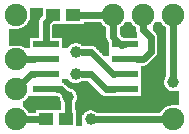
<source format=gtl>
G04 MADE WITH FRITZING*
G04 WWW.FRITZING.ORG*
G04 DOUBLE SIDED*
G04 HOLES PLATED*
G04 CONTOUR ON CENTER OF CONTOUR VECTOR*
%ASAXBY*%
%FSLAX23Y23*%
%MOIN*%
%OFA0B0*%
%SFA1.0B1.0*%
%ADD10C,0.039370*%
%ADD11C,0.075433*%
%ADD12R,0.087000X0.024000*%
%ADD13R,0.047244X0.043307*%
%ADD14C,0.024000*%
%LNCOPPER1*%
G90*
G70*
G54D10*
X313Y62D03*
X239Y137D03*
X588Y187D03*
G54D11*
X64Y62D03*
X64Y162D03*
X64Y262D03*
X588Y411D03*
X588Y62D03*
X488Y411D03*
X388Y411D03*
X64Y411D03*
G54D10*
X264Y287D03*
X264Y212D03*
G54D12*
X164Y312D03*
X164Y262D03*
X164Y212D03*
X164Y162D03*
X429Y162D03*
X429Y212D03*
X429Y262D03*
X429Y312D03*
G54D13*
X164Y62D03*
X231Y62D03*
X189Y411D03*
X256Y411D03*
G54D14*
X559Y62D02*
X332Y62D01*
D02*
X488Y361D02*
X488Y382D01*
D02*
X513Y337D02*
X488Y361D01*
D02*
X513Y287D02*
X513Y337D01*
D02*
X488Y262D02*
X513Y287D01*
D02*
X467Y262D02*
X488Y262D01*
D02*
X588Y206D02*
X588Y382D01*
D02*
X93Y262D02*
X126Y262D01*
D02*
X114Y212D02*
X126Y212D01*
D02*
X85Y182D02*
X114Y212D01*
D02*
X274Y411D02*
X359Y411D01*
D02*
X413Y311D02*
X429Y312D01*
D02*
X388Y337D02*
X413Y311D01*
D02*
X388Y382D02*
X388Y337D01*
D02*
X146Y62D02*
X93Y62D01*
D02*
X202Y162D02*
X214Y162D01*
D02*
X239Y118D02*
X239Y62D01*
D02*
X239Y62D02*
X231Y62D01*
D02*
X214Y162D02*
X225Y150D01*
D02*
X388Y212D02*
X391Y212D01*
D02*
X314Y287D02*
X388Y212D01*
D02*
X283Y287D02*
X314Y287D01*
D02*
X314Y212D02*
X363Y162D01*
D02*
X363Y162D02*
X391Y162D01*
D02*
X283Y212D02*
X314Y212D01*
D02*
X173Y395D02*
X164Y386D01*
D02*
X164Y386D02*
X164Y318D01*
G36*
X112Y432D02*
X112Y402D01*
X110Y402D01*
X110Y394D01*
X108Y394D01*
X108Y390D01*
X106Y390D01*
X106Y386D01*
X104Y386D01*
X104Y384D01*
X102Y384D01*
X102Y380D01*
X100Y380D01*
X100Y378D01*
X98Y378D01*
X98Y376D01*
X96Y376D01*
X96Y374D01*
X94Y374D01*
X94Y372D01*
X90Y372D01*
X90Y370D01*
X86Y370D01*
X86Y368D01*
X84Y368D01*
X84Y366D01*
X76Y366D01*
X76Y364D01*
X40Y364D01*
X40Y308D01*
X76Y308D01*
X76Y306D01*
X84Y306D01*
X84Y304D01*
X86Y304D01*
X86Y302D01*
X90Y302D01*
X90Y300D01*
X110Y300D01*
X110Y334D01*
X142Y334D01*
X142Y392D01*
X144Y392D01*
X144Y398D01*
X146Y398D01*
X146Y400D01*
X148Y400D01*
X148Y402D01*
X150Y402D01*
X150Y404D01*
X152Y404D01*
X152Y406D01*
X154Y406D01*
X154Y408D01*
X156Y408D01*
X156Y432D01*
X112Y432D01*
G37*
D02*
G36*
X290Y388D02*
X290Y380D01*
X188Y380D01*
X188Y378D01*
X186Y378D01*
X186Y334D01*
X218Y334D01*
X218Y316D01*
X270Y316D01*
X270Y314D01*
X276Y314D01*
X276Y312D01*
X280Y312D01*
X280Y310D01*
X282Y310D01*
X282Y308D01*
X320Y308D01*
X320Y306D01*
X324Y306D01*
X324Y304D01*
X328Y304D01*
X328Y302D01*
X330Y302D01*
X330Y300D01*
X332Y300D01*
X332Y298D01*
X334Y298D01*
X334Y296D01*
X336Y296D01*
X336Y294D01*
X338Y294D01*
X338Y292D01*
X340Y292D01*
X340Y290D01*
X342Y290D01*
X342Y288D01*
X344Y288D01*
X344Y286D01*
X346Y286D01*
X346Y284D01*
X348Y284D01*
X348Y282D01*
X350Y282D01*
X350Y280D01*
X352Y280D01*
X352Y278D01*
X354Y278D01*
X354Y276D01*
X356Y276D01*
X356Y274D01*
X376Y274D01*
X376Y318D01*
X374Y318D01*
X374Y320D01*
X372Y320D01*
X372Y322D01*
X370Y322D01*
X370Y326D01*
X368Y326D01*
X368Y332D01*
X366Y332D01*
X366Y370D01*
X362Y370D01*
X362Y372D01*
X360Y372D01*
X360Y374D01*
X356Y374D01*
X356Y376D01*
X354Y376D01*
X354Y378D01*
X352Y378D01*
X352Y382D01*
X350Y382D01*
X350Y384D01*
X348Y384D01*
X348Y388D01*
X290Y388D01*
G37*
D02*
G36*
X218Y316D02*
X218Y300D01*
X238Y300D01*
X238Y302D01*
X240Y302D01*
X240Y306D01*
X242Y306D01*
X242Y308D01*
X244Y308D01*
X244Y310D01*
X248Y310D01*
X248Y312D01*
X252Y312D01*
X252Y314D01*
X258Y314D01*
X258Y316D01*
X218Y316D01*
G37*
D02*
G36*
X428Y386D02*
X428Y384D01*
X426Y384D01*
X426Y380D01*
X424Y380D01*
X424Y378D01*
X422Y378D01*
X422Y376D01*
X420Y376D01*
X420Y374D01*
X416Y374D01*
X416Y372D01*
X414Y372D01*
X414Y370D01*
X410Y370D01*
X410Y344D01*
X412Y344D01*
X412Y342D01*
X414Y342D01*
X414Y340D01*
X416Y340D01*
X416Y338D01*
X418Y338D01*
X418Y336D01*
X420Y336D01*
X420Y334D01*
X468Y334D01*
X468Y354D01*
X466Y354D01*
X466Y370D01*
X462Y370D01*
X462Y372D01*
X460Y372D01*
X460Y374D01*
X456Y374D01*
X456Y376D01*
X454Y376D01*
X454Y378D01*
X452Y378D01*
X452Y380D01*
X450Y380D01*
X450Y384D01*
X448Y384D01*
X448Y386D01*
X428Y386D01*
G37*
D02*
G36*
X528Y386D02*
X528Y384D01*
X526Y384D01*
X526Y382D01*
X524Y382D01*
X524Y378D01*
X522Y378D01*
X522Y356D01*
X524Y356D01*
X524Y354D01*
X526Y354D01*
X526Y352D01*
X528Y352D01*
X528Y350D01*
X530Y350D01*
X530Y348D01*
X532Y348D01*
X532Y344D01*
X534Y344D01*
X534Y278D01*
X532Y278D01*
X532Y274D01*
X530Y274D01*
X530Y272D01*
X528Y272D01*
X528Y270D01*
X526Y270D01*
X526Y268D01*
X524Y268D01*
X524Y266D01*
X522Y266D01*
X522Y264D01*
X520Y264D01*
X520Y262D01*
X518Y262D01*
X518Y260D01*
X516Y260D01*
X516Y258D01*
X514Y258D01*
X514Y256D01*
X512Y256D01*
X512Y254D01*
X510Y254D01*
X510Y252D01*
X508Y252D01*
X508Y250D01*
X506Y250D01*
X506Y248D01*
X504Y248D01*
X504Y246D01*
X502Y246D01*
X502Y244D01*
X500Y244D01*
X500Y242D01*
X496Y242D01*
X496Y240D01*
X482Y240D01*
X482Y140D01*
X608Y140D01*
X608Y156D01*
X586Y156D01*
X586Y158D01*
X576Y158D01*
X576Y160D01*
X572Y160D01*
X572Y162D01*
X570Y162D01*
X570Y164D01*
X568Y164D01*
X568Y166D01*
X566Y166D01*
X566Y168D01*
X564Y168D01*
X564Y170D01*
X562Y170D01*
X562Y174D01*
X560Y174D01*
X560Y178D01*
X558Y178D01*
X558Y194D01*
X560Y194D01*
X560Y200D01*
X562Y200D01*
X562Y202D01*
X564Y202D01*
X564Y206D01*
X566Y206D01*
X566Y368D01*
X564Y368D01*
X564Y370D01*
X562Y370D01*
X562Y372D01*
X558Y372D01*
X558Y374D01*
X556Y374D01*
X556Y376D01*
X554Y376D01*
X554Y378D01*
X552Y378D01*
X552Y380D01*
X550Y380D01*
X550Y382D01*
X548Y382D01*
X548Y386D01*
X528Y386D01*
G37*
D02*
G36*
X218Y198D02*
X218Y182D01*
X256Y182D01*
X256Y184D01*
X250Y184D01*
X250Y186D01*
X246Y186D01*
X246Y188D01*
X244Y188D01*
X244Y190D01*
X242Y190D01*
X242Y192D01*
X240Y192D01*
X240Y194D01*
X238Y194D01*
X238Y198D01*
X218Y198D01*
G37*
D02*
G36*
X282Y190D02*
X282Y188D01*
X280Y188D01*
X280Y186D01*
X276Y186D01*
X276Y184D01*
X272Y184D01*
X272Y182D01*
X310Y182D01*
X310Y184D01*
X308Y184D01*
X308Y186D01*
X306Y186D01*
X306Y188D01*
X304Y188D01*
X304Y190D01*
X282Y190D01*
G37*
D02*
G36*
X224Y182D02*
X224Y180D01*
X312Y180D01*
X312Y182D01*
X224Y182D01*
G37*
D02*
G36*
X224Y182D02*
X224Y180D01*
X312Y180D01*
X312Y182D01*
X224Y182D01*
G37*
D02*
G36*
X226Y180D02*
X226Y178D01*
X230Y178D01*
X230Y176D01*
X232Y176D01*
X232Y174D01*
X234Y174D01*
X234Y172D01*
X236Y172D01*
X236Y170D01*
X238Y170D01*
X238Y168D01*
X240Y168D01*
X240Y166D01*
X246Y166D01*
X246Y164D01*
X252Y164D01*
X252Y162D01*
X256Y162D01*
X256Y160D01*
X258Y160D01*
X258Y158D01*
X260Y158D01*
X260Y156D01*
X262Y156D01*
X262Y154D01*
X264Y154D01*
X264Y150D01*
X266Y150D01*
X266Y144D01*
X268Y144D01*
X268Y140D01*
X356Y140D01*
X356Y142D01*
X352Y142D01*
X352Y144D01*
X348Y144D01*
X348Y146D01*
X346Y146D01*
X346Y148D01*
X344Y148D01*
X344Y150D01*
X342Y150D01*
X342Y152D01*
X340Y152D01*
X340Y154D01*
X338Y154D01*
X338Y156D01*
X336Y156D01*
X336Y158D01*
X334Y158D01*
X334Y160D01*
X332Y160D01*
X332Y162D01*
X330Y162D01*
X330Y164D01*
X328Y164D01*
X328Y166D01*
X326Y166D01*
X326Y168D01*
X324Y168D01*
X324Y170D01*
X322Y170D01*
X322Y172D01*
X320Y172D01*
X320Y174D01*
X318Y174D01*
X318Y176D01*
X316Y176D01*
X316Y178D01*
X314Y178D01*
X314Y180D01*
X226Y180D01*
G37*
D02*
G36*
X268Y140D02*
X268Y138D01*
X608Y138D01*
X608Y140D01*
X268Y140D01*
G37*
D02*
G36*
X268Y140D02*
X268Y138D01*
X608Y138D01*
X608Y140D01*
X268Y140D01*
G37*
D02*
G36*
X268Y138D02*
X268Y128D01*
X266Y128D01*
X266Y124D01*
X264Y124D01*
X264Y120D01*
X262Y120D01*
X262Y118D01*
X260Y118D01*
X260Y94D01*
X264Y94D01*
X264Y92D01*
X318Y92D01*
X318Y90D01*
X326Y90D01*
X326Y88D01*
X328Y88D01*
X328Y86D01*
X332Y86D01*
X332Y84D01*
X546Y84D01*
X546Y86D01*
X548Y86D01*
X548Y90D01*
X550Y90D01*
X550Y92D01*
X552Y92D01*
X552Y94D01*
X554Y94D01*
X554Y96D01*
X556Y96D01*
X556Y98D01*
X558Y98D01*
X558Y100D01*
X560Y100D01*
X560Y102D01*
X564Y102D01*
X564Y104D01*
X568Y104D01*
X568Y106D01*
X572Y106D01*
X572Y108D01*
X582Y108D01*
X582Y110D01*
X608Y110D01*
X608Y138D01*
X268Y138D01*
G37*
D02*
G36*
X264Y92D02*
X264Y40D01*
X284Y40D01*
X284Y70D01*
X286Y70D01*
X286Y76D01*
X288Y76D01*
X288Y78D01*
X290Y78D01*
X290Y82D01*
X292Y82D01*
X292Y84D01*
X296Y84D01*
X296Y86D01*
X298Y86D01*
X298Y88D01*
X302Y88D01*
X302Y90D01*
X308Y90D01*
X308Y92D01*
X264Y92D01*
G37*
D02*
G36*
X106Y140D02*
X106Y138D01*
X104Y138D01*
X104Y134D01*
X102Y134D01*
X102Y132D01*
X100Y132D01*
X100Y130D01*
X98Y130D01*
X98Y128D01*
X96Y128D01*
X96Y126D01*
X94Y126D01*
X94Y124D01*
X92Y124D01*
X92Y122D01*
X88Y122D01*
X88Y102D01*
X92Y102D01*
X92Y100D01*
X94Y100D01*
X94Y98D01*
X96Y98D01*
X96Y96D01*
X98Y96D01*
X98Y94D01*
X100Y94D01*
X100Y92D01*
X102Y92D01*
X102Y90D01*
X104Y90D01*
X104Y86D01*
X106Y86D01*
X106Y84D01*
X130Y84D01*
X130Y94D01*
X216Y94D01*
X216Y118D01*
X214Y118D01*
X214Y122D01*
X212Y122D01*
X212Y126D01*
X210Y126D01*
X210Y136D01*
X208Y136D01*
X208Y138D01*
X206Y138D01*
X206Y140D01*
X106Y140D01*
G37*
D02*
G04 End of Copper1*
M02*
</source>
